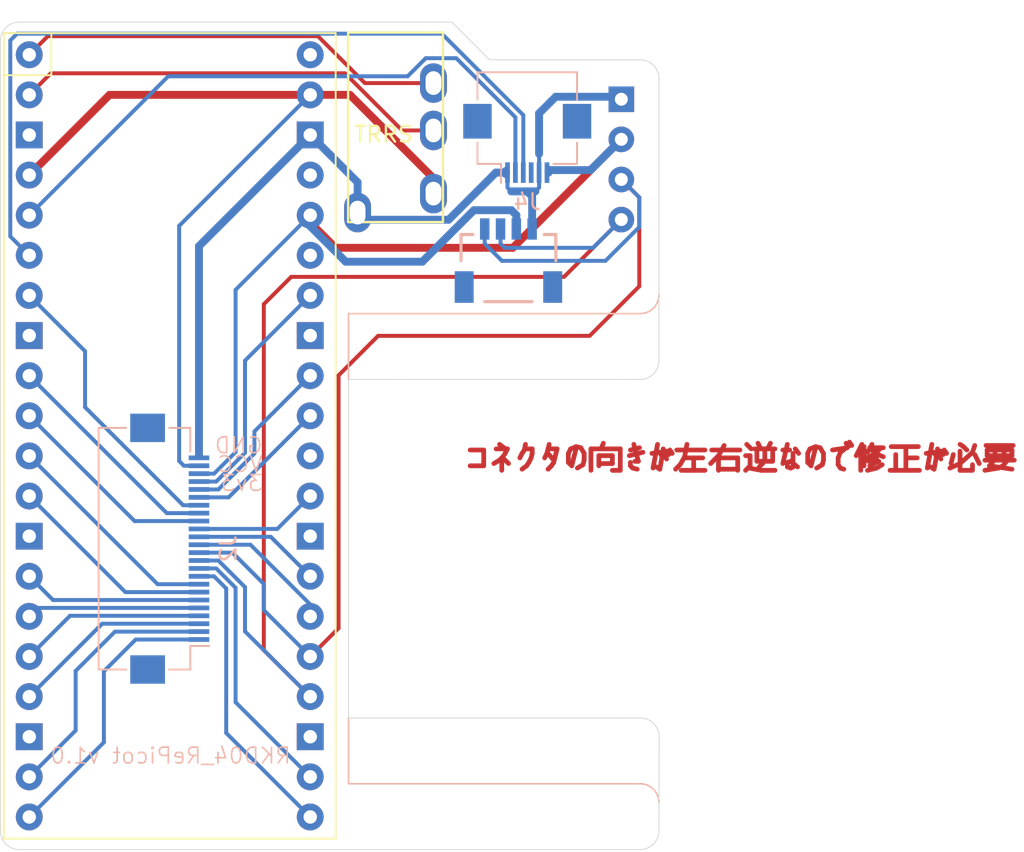
<source format=kicad_pcb>
(kicad_pcb (version 20241229) (generator "pcbnew") (generator_version "9.0")
  (layers (0 "F.Cu" signal) (2 "B.Cu" signal) (13 "F.Paste" user) (15 "B.Paste" user) (5 "F.SilkS" user "F.Silkscreen") (7 "B.SilkS" user "B.Silkscreen") (1 "F.Mask" user) (3 "B.Mask" user) (25 "Edge.Cuts" user))
  (net 0 "")
  (net 1 "GND")
  (net 2 "VCC")
  (net 3 "3V3")
  (net 6 "GP26")
  (net 7 "GP24")
  (net 8 "GP28")
  (net 9 "GP25")
  (net 10 "GP27")
  (net 11 "GP23")
  (net 12 "GP20")
  (net 13 "GP22")
  (net 14 "GP21")
  (net 15 "GP17")
  (net 16 "GP16")
  (net 17 "GP10")
  (net 18 "GP08")
  (net 19 "GP14")
  (net 20 "GP15")
  (net 21 "GP11")
  (net 22 "GP12")
  (net 23 "GP09")
  (net 26 "GP13")
  (net 33 "GP00:UART_TX")
  (net 35 "GP01:UART_RX")
  (net 38 "GP03:SCK")
  (net 40 "GP19:SCL")
  (net 41 "GP18:SDA")
  (net 42 "GP04:TX")
  (footprint "BrownSugar_KBD:TRRS_PJ-320A" (layer "F.Cu") (at 103.584375 42.33)
    (property "Reference" "J1")
    (property "Value" "TRRS" (hide yes))
    (fp_line (start -3 0) (end 3 0) (stroke (width 0.15)) (layer "F.SilkS"))
    (fp_line (start -3 12) (end -3 0) (stroke (width 0.15)) (layer "F.SilkS"))
    (fp_line (start 3 0) (end 3 12) (stroke (width 0.15)) (layer "F.SilkS"))
    (fp_line (start 3 12) (end -3 12) (stroke (width 0.15)) (layer "F.SilkS"))
    (fp_text user "TRRS" (at -0.75 6.45 0) (layer "F.SilkS"))
    (pad "" np_thru_hole circle (at 0 1.6) (size 1.5 1.5) (drill 1.5) (layers "*.Cu" "*.Mask"))
    (pad "" np_thru_hole circle (at 0 8.6) (size 1.5 1.5) (drill 1.5) (layers "*.Cu" "*.Mask"))
    (pad "A" thru_hole oval (at -2.4 11.4) (size 1.7 2.5) (drill oval 1 1.5) (layers "*.Cu" "*.Mask") (net 1 "GND") (clearance 0.15))
    (pad "B" thru_hole oval (at 2.4 3.2) (size 1.7 2.5) (drill oval 1 1.5) (layers "*.Cu" "*.Mask") (net 33 "GP00:UART_TX"))
    (pad "C" thru_hole oval (at 2.4 6.2) (size 1.7 2.5) (drill oval 1 1.5) (layers "*.Cu" "*.Mask") (net 35 "GP01:UART_RX"))
    (pad "D" thru_hole oval (at 2.4 10.2) (size 1.7 2.5) (drill oval 1 1.5) (layers "*.Cu" "*.Mask") (net 2 "VCC") (clearance 0.15))
  )
  (footprint "Rikkodo_FootPrint:rkd_RPi_Pico_TH_NODBG" (layer "F.Cu") (at 89.296875 67.865625)
    (property "Reference" "U1" (hide yes))
    (property "Value" "Pico")
    (fp_line (start -10.5 -25.5) (end -10.5 25.5) (stroke (width 0.12)) (layer "F.SilkS"))
    (fp_line (start -10.5 -25.5) (end 10.5 -25.5) (stroke (width 0.12)) (layer "F.SilkS"))
    (fp_line (start -10.5 -22.833) (end -7.493 -22.833) (stroke (width 0.12)) (layer "F.SilkS"))
    (fp_line (start -7.493 -22.833) (end -7.493 -25.5) (stroke (width 0.12)) (layer "F.SilkS"))
    (fp_line (start 10.5 -25.5) (end 10.5 25.5) (stroke (width 0.12)) (layer "F.SilkS"))
    (fp_line (start 10.5 25.5) (end -10.5 25.5) (stroke (width 0.12)) (layer "F.SilkS"))
    (pad "1" thru_hole oval (at -8.89 -24.13) (size 1.7 1.7) (drill 0.85) (layers "*.Cu" "*.Mask") (net 33 "GP00:UART_TX"))
    (pad "2" thru_hole oval (at -8.89 -21.59) (size 1.7 1.7) (drill 0.85) (layers "*.Cu" "*.Mask") (net 35 "GP01:UART_RX"))
    (pad "3" thru_hole rect (at -8.89 -19.05) (size 1.7 1.7) (drill 0.85) (layers "*.Cu" "*.Mask"))
    (pad "4" thru_hole oval (at -8.89 -16.51) (size 1.7 1.7) (drill 0.85) (layers "*.Cu" "*.Mask") (net 2 "VCC"))
    (pad "5" thru_hole oval (at -8.89 -13.97) (size 1.7 1.7) (drill 0.85) (layers "*.Cu" "*.Mask") (net 38 "GP03:SCK"))
    (pad "6" thru_hole oval (at -8.89 -11.43) (size 1.7 1.7) (drill 0.85) (layers "*.Cu" "*.Mask") (net 42 "GP04:TX"))
    (pad "7" thru_hole oval (at -8.89 -8.89) (size 1.7 1.7) (drill 0.85) (layers "*.Cu" "*.Mask") (net 9 "GP25"))
    (pad "8" thru_hole rect (at -8.89 -6.35) (size 1.7 1.7) (drill 0.85) (layers "*.Cu" "*.Mask"))
    (pad "9" thru_hole oval (at -8.89 -3.81) (size 1.7 1.7) (drill 0.85) (layers "*.Cu" "*.Mask") (net 7 "GP24"))
    (pad "10" thru_hole oval (at -8.89 -1.27) (size 1.7 1.7) (drill 0.85) (layers "*.Cu" "*.Mask") (net 11 "GP23"))
    (pad "11" thru_hole oval (at -8.89 1.27) (size 1.7 1.7) (drill 0.85) (layers "*.Cu" "*.Mask") (net 18 "GP08"))
    (pad "12" thru_hole oval (at -8.89 3.81) (size 1.7 1.7) (drill 0.85) (layers "*.Cu" "*.Mask") (net 23 "GP09"))
    (pad "13" thru_hole rect (at -8.89 6.35) (size 1.7 1.7) (drill 0.85) (layers "*.Cu" "*.Mask"))
    (pad "14" thru_hole oval (at -8.89 8.89) (size 1.7 1.7) (drill 0.85) (layers "*.Cu" "*.Mask") (net 17 "GP10"))
    (pad "15" thru_hole oval (at -8.89 11.43) (size 1.7 1.7) (drill 0.85) (layers "*.Cu" "*.Mask") (net 21 "GP11"))
    (pad "16" thru_hole oval (at -8.89 13.97) (size 1.7 1.7) (drill 0.85) (layers "*.Cu" "*.Mask") (net 22 "GP12"))
    (pad "17" thru_hole oval (at -8.89 16.51) (size 1.7 1.7) (drill 0.85) (layers "*.Cu" "*.Mask") (net 26 "GP13"))
    (pad "18" thru_hole rect (at -8.89 19.05) (size 1.7 1.7) (drill 0.85) (layers "*.Cu" "*.Mask"))
    (pad "19" thru_hole oval (at -8.89 21.59) (size 1.7 1.7) (drill 0.85) (layers "*.Cu" "*.Mask") (net 19 "GP14"))
    (pad "20" thru_hole oval (at -8.89 24.13) (size 1.7 1.7) (drill 0.85) (layers "*.Cu" "*.Mask") (net 20 "GP15"))
    (pad "21" thru_hole oval (at 8.89 24.13) (size 1.7 1.7) (drill 0.85) (layers "*.Cu" "*.Mask") (net 16 "GP16"))
    (pad "22" thru_hole oval (at 8.89 21.59) (size 1.7 1.7) (drill 0.85) (layers "*.Cu" "*.Mask") (net 15 "GP17"))
    (pad "23" thru_hole rect (at 8.89 19.05) (size 1.7 1.7) (drill 0.85) (layers "*.Cu" "*.Mask"))
    (pad "24" thru_hole oval (at 8.89 16.51) (size 1.7 1.7) (drill 0.85) (layers "*.Cu" "*.Mask") (net 41 "GP18:SDA"))
    (pad "25" thru_hole oval (at 8.89 13.97) (size 1.7 1.7) (drill 0.85) (layers "*.Cu" "*.Mask") (net 40 "GP19:SCL"))
    (pad "26" thru_hole oval (at 8.89 11.43) (size 1.7 1.7) (drill 0.85) (layers "*.Cu" "*.Mask") (net 12 "GP20"))
    (pad "27" thru_hole oval (at 8.89 8.89) (size 1.7 1.7) (drill 0.85) (layers "*.Cu" "*.Mask") (net 14 "GP21"))
    (pad "28" thru_hole rect (at 8.89 6.35) (size 1.7 1.7) (drill 0.85) (layers "*.Cu" "*.Mask"))
    (pad "29" thru_hole oval (at 8.89 3.81) (size 1.7 1.7) (drill 0.85) (layers "*.Cu" "*.Mask") (net 13 "GP22"))
    (pad "30" thru_hole oval (at 8.89 1.27) (size 1.7 1.7) (drill 0.85) (layers "*.Cu" "*.Mask"))
    (pad "31" thru_hole oval (at 8.89 -1.27) (size 1.7 1.7) (drill 0.85) (layers "*.Cu" "*.Mask") (net 6 "GP26"))
    (pad "32" thru_hole oval (at 8.89 -3.81) (size 1.7 1.7) (drill 0.85) (layers "*.Cu" "*.Mask") (net 10 "GP27"))
    (pad "33" thru_hole rect (at 8.89 -6.35) (size 1.7 1.7) (drill 0.85) (layers "*.Cu" "*.Mask"))
    (pad "34" thru_hole oval (at 8.89 -8.89) (size 1.7 1.7) (drill 0.85) (layers "*.Cu" "*.Mask") (net 8 "GP28"))
    (pad "35" thru_hole oval (at 8.89 -11.43) (size 1.7 1.7) (drill 0.85) (layers "*.Cu" "*.Mask"))
    (pad "36" thru_hole oval (at 8.89 -13.97) (size 1.7 1.7) (drill 0.85) (layers "*.Cu" "*.Mask") (net 3 "3V3"))
    (pad "37" thru_hole oval (at 8.89 -16.51) (size 1.7 1.7) (drill 0.85) (layers "*.Cu" "*.Mask"))
    (pad "38" thru_hole rect (at 8.89 -19.05) (size 1.7 1.7) (drill 0.85) (layers "*.Cu" "*.Mask") (net 1 "GND"))
    (pad "39" thru_hole oval (at 8.89 -21.59) (size 1.7 1.7) (drill 0.85) (layers "*.Cu" "*.Mask") (net 2 "VCC"))
    (pad "40" thru_hole oval (at 8.89 -24.13) (size 1.7 1.7) (drill 0.85) (layers "*.Cu" "*.Mask"))
  )
  (footprint "Rikkodo_FootPrint:rkd_picot5400_BTM" (layer "F.Cu") (at 100.0125 75.009375)
    (property "Reference" "Picot**" (hide yes))
    (property "Value" "rkd_picot5400_BTM" (hide yes))
    (pad "" np_thru_hole circle (at -16.75 -16.75) (size 2.2 2.2) (drill 2.2) (layers "*.Cu" "*.Mask"))
    (pad "" np_thru_hole circle (at -16.75 16.75) (size 2.2 2.2) (drill 2.2) (layers "*.Cu" "*.Mask"))
    (pad "" np_thru_hole circle (at 16.75 -16.75) (size 2.2 2.2) (drill 2.2) (layers "*.Cu" "*.Mask"))
    (pad "" np_thru_hole circle (at 16.75 16.75) (size 2.2 2.2) (drill 2.2) (layers "*.Cu" "*.Mask"))
  )
  (footprint "BrownSugar_KBD:OLED_center_display" (layer "F.Cu") (at 99.371974 50.363483 90)
    (property "Reference" "OL1")
    (property "Value" "OLED" (hide yes))
    (pad "1" thru_hole circle (at -3.81 18.5 90) (size 1.62 1.62) (drill 0.82) (layers "*.Cu" "*.Mask") (net 41 "GP18:SDA"))
    (pad "2" thru_hole circle (at -1.27 18.5 90) (size 1.62 1.62) (drill 0.82) (layers "*.Cu" "*.Mask") (net 40 "GP19:SCL"))
    (pad "3" thru_hole circle (at 1.27 18.5 90) (size 1.62 1.62) (drill 0.82) (layers "*.Cu" "*.Mask") (net 3 "3V3"))
    (pad "4" thru_hole rect (at 3.81 18.5 90) (size 1.62 1.62) (drill 0.82) (layers "*.Cu" "*.Mask") (net 1 "GND"))
  )
  (footprint "Rikkodo_FootPrint:rkd_Point_Screw_Hall" (layer "F.Cu") (at 110.728125 75.009375)
    (property "Reference" "Point1" (hide yes))
    (property "Value" "PointScrewHall" (hide yes))
    (pad "" np_thru_hole circle (at -7.25 -12) (size 2.2 2.2) (drill 2.2) (layers "*.Cu" "*.Mask"))
    (pad "" np_thru_hole circle (at -7.25 12) (size 2.2 2.2) (drill 2.2) (layers "*.Cu" "*.Mask"))
    (pad "" np_thru_hole circle (at 7.25 -12) (size 2.2 2.2) (drill 2.2) (layers "*.Cu" "*.Mask"))
    (pad "" np_thru_hole circle (at 7.25 12) (size 2.2 2.2) (drill 2.2) (layers "*.Cu" "*.Mask"))
  )
  (footprint "SparkFun-Connector:JST_SMD_1.0mm-4_Black" (layer "B.Cu") (at 110.728125 54.76875 180)
    (property "Reference" "J3")
    (property "Value" "Qwiic_RA")
    (fp_line (start 3 -0.35) (end 2.25 -0.35) (stroke (width 0.2032)) (layer "B.SilkS"))
    (fp_line (start 3 -2) (end 3 -0.35) (stroke (width 0.2032)) (layer "B.SilkS"))
    (fp_line (start 1.5 -4.6) (end -1.5 -4.6) (stroke (width 0.2032)) (layer "B.SilkS"))
    (fp_line (start -2.25 -0.35) (end -3 -0.35) (stroke (width 0.2032)) (layer "B.SilkS"))
    (fp_line (start -3 -0.35) (end -3 -2) (stroke (width 0.2032)) (layer "B.SilkS"))
    (pad "1" smd rect (at -1.5 0 180) (size 0.6 1.35) (layers "B.Cu" "B.Mask" "B.Paste") (net 1 "GND"))
    (pad "2" smd rect (at -0.5 0 180) (size 0.6 1.35) (layers "B.Cu" "B.Mask" "B.Paste") (net 3 "3V3"))
    (pad "3" smd rect (at 0.5 0 180) (size 0.6 1.35) (layers "B.Cu" "B.Mask" "B.Paste") (net 41 "GP18:SDA"))
    (pad "4" smd rect (at 1.5 0 180) (size 0.6 1.35) (layers "B.Cu" "B.Mask" "B.Paste") (net 40 "GP19:SCL"))
    (pad "NC1" smd rect (at 2.8 -3.675 180) (size 1.2 2) (layers "B.Cu" "B.Mask" "B.Paste"))
    (pad "NC2" smd rect (at -2.8 -3.675 180) (size 1.2 2) (layers "B.Cu" "B.Mask" "B.Paste"))
  )
  (footprint "Connector_FFC-FPC:Hirose_FH12-6S-0.5SH_1x06-1MP_P0.50mm_Horizontal" (layer "B.Cu") (at 111.91875 49.346918)
    (property "Reference" "J4" (at 0 3.7 0) (layer "B.SilkS") (effects (justify mirror)))
    (property "Value" "Conn_01x06" (hide yes))
    (fp_line (start -3.15 -4.5) (end 3.15 -4.5) (stroke (width 0.12)) (layer "B.SilkS"))
    (fp_line (start -3.15 -2.76) (end -3.15 -4.5) (stroke (width 0.12)) (layer "B.SilkS"))
    (fp_line (start -3.15 1.3) (end -3.15 -0.04) (stroke (width 0.12)) (layer "B.SilkS"))
    (fp_line (start -1.66 1.3) (end -3.15 1.3) (stroke (width 0.12)) (layer "B.SilkS"))
    (fp_line (start -1.66 1.3) (end -1.66 2.5) (stroke (width 0.12)) (layer "B.SilkS"))
    (fp_line (start 1.66 1.3) (end 3.15 1.3) (stroke (width 0.12)) (layer "B.SilkS"))
    (fp_line (start 3.15 -4.5) (end 3.15 -2.76) (stroke (width 0.12)) (layer "B.SilkS"))
    (fp_line (start 3.15 1.3) (end 3.15 -0.04) (stroke (width 0.12)) (layer "B.SilkS"))
    (pad "1" smd rect (at -1.25 1.85) (size 0.3 1.3) (layers "B.Cu" "B.Mask" "B.Paste") (net 1 "GND"))
    (pad "2" smd rect (at -0.75 1.85) (size 0.3 1.3) (layers "B.Cu" "B.Mask" "B.Paste") (net 38 "GP03:SCK"))
    (pad "3" smd rect (at -0.25 1.85) (size 0.3 1.3) (layers "B.Cu" "B.Mask" "B.Paste") (net 42 "GP04:TX"))
    (pad "4" smd rect (at 0.25 1.85) (size 0.3 1.3) (layers "B.Cu" "B.Mask" "B.Paste"))
    (pad "5" smd rect (at 0.75 1.85) (size 0.3 1.3) (layers "B.Cu" "B.Mask" "B.Paste") (net 1 "GND"))
    (pad "6" smd rect (at 1.25 1.85) (size 0.3 1.3) (layers "B.Cu" "B.Mask" "B.Paste") (net 3 "3V3"))
    (pad "MP" smd rect (at -3.15 -1.4) (size 1.8 2.2) (layers "B.Cu" "B.Mask" "B.Paste"))
    (pad "MP" smd rect (at 3.15 -1.4) (size 1.8 2.2) (layers "B.Cu" "B.Mask" "B.Paste"))
  )
  (footprint "Connector_FFC-FPC:Hirose_FH12-24S-0.5SH_1x24-1MP_P0.50mm_Horizontal" (layer "B.Cu") (at 89.296875 75.009362 90)
    (property "Reference" "J2" (at 0 3.7 90) (layer "B.SilkS") (effects (justify mirror)))
    (property "Value" "Conn_01x24")
    (fp_line (start 7.65 -4.5) (end -7.65 -4.5) (stroke (width 0.12)) (layer "B.SilkS"))
    (fp_line (start -7.65 -4.5) (end -7.65 -2.76) (stroke (width 0.12)) (layer "B.SilkS"))
    (fp_line (start 7.65 -2.76) (end 7.65 -4.5) (stroke (width 0.12)) (layer "B.SilkS"))
    (fp_line (start 7.65 -0.04) (end 7.65 1.3) (stroke (width 0.12)) (layer "B.SilkS"))
    (fp_line (start -7.65 -0.04) (end -7.65 1.3) (stroke (width 0.12)) (layer "B.SilkS"))
    (fp_line (start 7.65 1.3) (end 6.16 1.3) (stroke (width 0.12)) (layer "B.SilkS"))
    (fp_line (start -7.65 1.3) (end -6.16 1.3) (stroke (width 0.12)) (layer "B.SilkS"))
    (fp_line (start -6.16 2.5) (end -6.16 1.3) (stroke (width 0.12)) (layer "B.SilkS"))
    (pad "1" smd rect (at -5.75 1.85 90) (size 0.3 1.3) (layers "B.Cu" "B.Mask" "B.Paste") (net 20 "GP15"))
    (pad "2" smd rect (at -5.25 1.85 90) (size 0.3 1.3) (layers "B.Cu" "B.Mask" "B.Paste") (net 19 "GP14"))
    (pad "3" smd rect (at -4.75 1.85 90) (size 0.3 1.3) (layers "B.Cu" "B.Mask" "B.Paste") (net 26 "GP13"))
    (pad "4" smd rect (at -4.25 1.85 90) (size 0.3 1.3) (layers "B.Cu" "B.Mask" "B.Paste") (net 22 "GP12"))
    (pad "5" smd rect (at -3.75 1.85 90) (size 0.3 1.3) (layers "B.Cu" "B.Mask" "B.Paste") (net 21 "GP11"))
    (pad "6" smd rect (at -3.25 1.85 90) (size 0.3 1.3) (layers "B.Cu" "B.Mask" "B.Paste") (net 17 "GP10"))
    (pad "7" smd rect (at -2.75 1.85 90) (size 0.3 1.3) (layers "B.Cu" "B.Mask" "B.Paste") (net 23 "GP09"))
    (pad "8" smd rect (at -2.25 1.85 90) (size 0.3 1.3) (layers "B.Cu" "B.Mask" "B.Paste") (net 18 "GP08"))
    (pad "9" smd rect (at -1.75 1.85 90) (size 0.3 1.3) (layers "B.Cu" "B.Mask" "B.Paste") (net 16 "GP16"))
    (pad "10" smd rect (at -1.25 1.85 90) (size 0.3 1.3) (layers "B.Cu" "B.Mask" "B.Paste") (net 15 "GP17"))
    (pad "11" smd rect (at -0.75 1.85 90) (size 0.3 1.3) (layers "B.Cu" "B.Mask" "B.Paste") (net 41 "GP18:SDA"))
    (pad "12" smd rect (at -0.25 1.85 90) (size 0.3 1.3) (layers "B.Cu" "B.Mask" "B.Paste") (net 40 "GP19:SCL"))
    (pad "13" smd rect (at 0.25 1.85 90) (size 0.3 1.3) (layers "B.Cu" "B.Mask" "B.Paste") (net 12 "GP20"))
    (pad "14" smd rect (at 0.75 1.85 90) (size 0.3 1.3) (layers "B.Cu" "B.Mask" "B.Paste") (net 14 "GP21"))
    (pad "15" smd rect (at 1.25 1.85 90) (size 0.3 1.3) (layers "B.Cu" "B.Mask" "B.Paste") (net 13 "GP22"))
    (pad "16" smd rect (at 1.75 1.85 90) (size 0.3 1.3) (layers "B.Cu" "B.Mask" "B.Paste") (net 11 "GP23"))
    (pad "17" smd rect (at 2.25 1.85 90) (size 0.3 1.3) (layers "B.Cu" "B.Mask" "B.Paste") (net 7 "GP24"))
    (pad "18" smd rect (at 2.75 1.85 90) (size 0.3 1.3) (layers "B.Cu" "B.Mask" "B.Paste") (net 9 "GP25"))
    (pad "19" smd rect (at 3.25 1.85 90) (size 0.3 1.3) (layers "B.Cu" "B.Mask" "B.Paste") (net 6 "GP26"))
    (pad "20" smd rect (at 3.75 1.85 90) (size 0.3 1.3) (layers "B.Cu" "B.Mask" "B.Paste") (net 10 "GP27"))
    (pad "21" smd rect (at 4.25 1.85 90) (size 0.3 1.3) (layers "B.Cu" "B.Mask" "B.Paste") (net 8 "GP28"))
    (pad "22" smd rect (at 4.75 1.85 90) (size 0.3 1.3) (layers "B.Cu" "B.Mask" "B.Paste") (net 3 "3V3"))
    (pad "23" smd rect (at 5.25 1.85 90) (size 0.3 1.3) (layers "B.Cu" "B.Mask" "B.Paste") (net 2 "VCC"))
    (pad "24" smd rect (at 5.75 1.85 90) (size 0.3 1.3) (layers "B.Cu" "B.Mask" "B.Paste") (net 1 "GND"))
    (pad "MP" smd rect (at -7.65 -1.4 90) (size 1.8 2.2) (layers "B.Cu" "B.Mask" "B.Paste"))
    (pad "MP" smd rect (at 7.65 -1.4 90) (size 1.8 2.2) (layers "B.Cu" "B.Mask" "B.Paste"))
  )
  (gr_line (start 100.607897 64.293804) (end 100.607897 60.126613) (stroke (width 0.1)) (layer "B.SilkS"))
  (gr_arc (start 119.0626 89.892263) (mid 119.9045 90.240989) (end 120.253226 91.082889) (stroke (width 0.1)) (layer "B.SilkS"))
  (gr_line (start 100.607897 85.725072) (end 100.607897 89.892263) (stroke (width 0.1)) (layer "B.SilkS"))
  (gr_line (start 100.607897 89.892263) (end 119.0626 89.892263) (stroke (width 0.1)) (layer "B.SilkS"))
  (gr_arc (start 120.253226 58.935987) (mid 119.9045 59.777887) (end 119.0626 60.126613) (stroke (width 0.1)) (layer "B.SilkS"))
  (gr_line (start 100.607897 60.126613) (end 119.0626 60.126613) (stroke (width 0.1)) (layer "B.SilkS"))
  (gr_arc (start 120.253125 63.103137) (mid 119.904427 63.944996) (end 119.062592 64.29375) (stroke (width 0.05)) (layer "Edge.Cuts"))
  (gr_line (start 107.15625 41.671875) (end 109.5375 44.053125) (stroke (width 0.05)) (layer "Edge.Cuts"))
  (gr_arc (start 78.58125 42.8625) (mid 78.929974 42.020592) (end 79.771875 41.671875) (stroke (width 0.05)) (layer "Edge.Cuts"))
  (gr_line (start 120.253125 45.24375) (end 120.253125 63.103137) (stroke (width 0.05)) (layer "Edge.Cuts"))
  (gr_arc (start 119.0625 85.725) (mid 119.913639 86.077554) (end 120.266193 86.928693) (stroke (width 0.05)) (layer "Edge.Cuts"))
  (gr_line (start 119.062592 64.29375) (end 100.607897 64.29375) (stroke (width 0.05)) (layer "Edge.Cuts"))
  (gr_arc (start 79.771875 94.059375) (mid 78.929974 93.710643) (end 78.58125 92.86875) (stroke (width 0.05)) (layer "Edge.Cuts"))
  (gr_line (start 119.0625 85.725) (end 100.607897 85.725) (stroke (width 0.05)) (layer "Edge.Cuts"))
  (gr_line (start 79.779615 41.671875) (end 107.15625 41.671875) (stroke (width 0.05)) (layer "Edge.Cuts"))
  (gr_line (start 79.771875 94.059375) (end 119.0625 94.059425) (stroke (width 0.05)) (layer "Edge.Cuts"))
  (gr_line (start 120.253125 92.86875) (end 120.266199 86.928693) (stroke (width 0.05)) (layer "Edge.Cuts"))
  (gr_line (start 119.0625 44.053125) (end 109.5375 44.053125) (stroke (width 0.05)) (layer "Edge.Cuts"))
  (gr_arc (start 119.0625 44.053125) (mid 119.904417 44.401848) (end 120.253125 45.24375) (stroke (width 0.05)) (layer "Edge.Cuts"))
  (gr_arc (start 120.253125 92.86875) (mid 119.904381 93.710617) (end 119.0625 94.059375) (stroke (width 0.05)) (layer "Edge.Cuts"))
  (gr_line (start 100.607897 85.725) (end 100.607897 64.29375) (stroke (width 0.05)) (layer "Edge.Cuts"))
  (gr_line (start 78.581259 42.867129) (end 78.58125 92.876415) (stroke (width 0.05)) (layer "Edge.Cuts"))
  (gr_text "コネクタの向きが左右逆なので修正が必要" (at 107.751653 70.246934 0) (layer "F.Cu") (effects (font (size 1.5 1.5) (thickness 0.3) (bold yes)) (justify left bottom)))
  (gr_text "RKD04_RePicot v1.0" (at 97.036019 88.701637 0) (layer "B.SilkS") (effects (font (size 1 1) (thickness 0.1)) (justify left bottom mirror)))
  (gr_text "3v3" (at 95.25008 71.437556 0) (layer "B.SilkS") (effects (font (size 1 1) (thickness 0.1)) (justify left bottom mirror)))
  (gr_text "VCC\n" (at 95.25008 70.246934 0) (layer "B.SilkS") (effects (font (size 1 1) (thickness 0.1)) (justify left bottom mirror)))
  (gr_text "GND\n" (at 95.25008 69.056308 0) (layer "B.SilkS") (effects (font (size 1 1) (thickness 0.1)) (justify left bottom mirror)))
  (segment (start 112.66875 50.00625) (end 112.66875 47.444918) (width 0.5) (layer "B.Cu") (net 1))
  (segment (start 101.635375 54.181) (end 106.947511 54.181) (width 0.5) (layer "B.Cu") (net 1))
  (segment (start 109.931636 51.196875) (end 110.466793 51.196875) (width 0.5) (layer "B.Cu") (net 1))
  (segment (start 110.907332 52.3875) (end 110.66875 52.148918) (width 0.25) (layer "B.Cu") (net 1))
  (segment (start 101.184375 51.813125) (end 101.184375 53.73) (width 0.5) (layer "B.Cu") (net 1))
  (segment (start 112.228125 52.696875) (end 112.228125 54.76875) (width 0.5) (layer "B.Cu") (net 1))
  (segment (start 111.91875 52.3875) (end 112.430168 52.3875) (width 0.5) (layer "B.Cu") (net 1))
  (segment (start 110.907332 52.3875) (end 111.91875 52.3875) (width 0.5) (layer "B.Cu") (net 1))
  (segment (start 91.146875 69.158362) (end 91.146875 55.855625) (width 0.5) (layer "B.Cu") (net 1))
  (segment (start 113.71775 46.395918) (end 117.714409 46.395918) (width 0.5) (layer "B.Cu") (net 1))
  (segment (start 110.56775 51.095918) (end 110.56775 51.297918) (width 0.5) (layer "B.Cu") (net 1))
  (segment (start 91.146875 55.855625) (end 98.186875 48.815625) (width 0.5) (layer "B.Cu") (net 1))
  (segment (start 112.66875 47.444918) (end 113.71775 46.395918) (width 0.5) (layer "B.Cu") (net 1))
  (segment (start 98.186875 48.815625) (end 97.63125 48.815625) (width 0.5) (layer "B.Cu") (net 1))
  (segment (start 106.947511 54.181) (end 109.931636 51.196875) (width 0.5) (layer "B.Cu") (net 1))
  (segment (start 111.91875 52.3875) (end 112.228125 52.696875) (width 0.5) (layer "B.Cu") (net 1))
  (segment (start 117.714409 46.395918) (end 117.871974 46.553483) (width 0.5) (layer "B.Cu") (net 1))
  (segment (start 112.66875 52.148918) (end 112.66875 51.196918) (width 0.25) (layer "B.Cu") (net 1))
  (segment (start 101.184375 53.73) (end 101.635375 54.181) (width 0.5) (layer "B.Cu") (net 1))
  (segment (start 98.186875 48.815625) (end 101.184375 51.813125) (width 0.5) (layer "B.Cu") (net 1))
  (segment (start 110.66875 52.148918) (end 110.66875 51.196918) (width 0.25) (layer "B.Cu") (net 1))
  (segment (start 112.66875 50.00625) (end 112.66875 51.196918) (width 0.25) (layer "B.Cu") (net 1))
  (segment (start 112.430168 52.3875) (end 112.66875 52.148918) (width 0.25) (layer "B.Cu") (net 1))
  (segment (start 110.466793 51.196875) (end 110.56775 51.095918) (width 0.5) (layer "B.Cu") (net 1))
  (segment (start 117.871974 47.02945) (end 117.871974 46.553483) (width 0.5) (layer "B.Cu") (net 1))
  (segment (start 98.186875 46.275625) (end 100.699181 46.275625) (width 0.5) (layer "F.Cu") (net 2))
  (segment (start 85.486875 46.275625) (end 98.186875 46.275625) (width 0.5) (layer "F.Cu") (net 2))
  (segment (start 100.699181 46.275625) (end 105.984375 51.560819) (width 0.5) (layer "F.Cu") (net 2))
  (segment (start 80.406875 51.355625) (end 85.486875 46.275625) (width 0.5) (layer "F.Cu") (net 2))
  (segment (start 105.984375 51.560819) (end 105.984375 52.53) (width 0.5) (layer "F.Cu") (net 2))
  (segment (start 98.028168 46.116918) (end 98.186875 46.275625) (width 0.5) (layer "B.Cu") (net 2))
  (segment (start 90.194875 69.759362) (end 89.892263 69.45675) (width 0.25) (layer "B.Cu") (net 2))
  (segment (start 91.146875 69.759362) (end 90.194875 69.759362) (width 0.25) (layer "B.Cu") (net 2))
  (segment (start 89.892263 54.570237) (end 98.186875 46.275625) (width 0.25) (layer "B.Cu") (net 2))
  (segment (start 89.892263 69.45675) (end 89.892263 54.570237) (width 0.25) (layer "B.Cu") (net 2))
  (segment (start 111.006082 55.959375) (end 99.787069 55.959375) (width 0.5) (layer "F.Cu") (net 3))
  (segment (start 99.787069 55.959375) (end 98.186875 54.359181) (width 0.5) (layer "F.Cu") (net 3))
  (segment (start 117.871974 49.093483) (end 111.006082 55.959375) (width 0.5) (layer "F.Cu") (net 3))
  (segment (start 98.186875 54.359181) (end 98.186875 53.895625) (width 0.5) (layer "F.Cu") (net 3))
  (segment (start 113.26975 51.095918) (end 113.26975 51.196918) (width 0.5) (layer "B.Cu") (net 3))
  (segment (start 111.228125 54.76875) (end 111.228125 53.89175) (width 0.5) (layer "B.Cu") (net 3))
  (segment (start 105.281375 56.8385) (end 108.54175 53.578125) (width 0.5) (layer "B.Cu") (net 3))
  (segment (start 100.429642 56.8385) (end 98.186875 54.595733) (width 0.5) (layer "B.Cu") (net 3))
  (segment (start 115.927233 51.038225) (end 117.871974 49.093483) (width 0.5) (layer "B.Cu") (net 3))
  (segment (start 100.429642 56.8385) (end 105.281375 56.8385) (width 0.5) (layer "B.Cu") (net 3))
  (segment (start 98.186875 53.895625) (end 93.464141 58.618359) (width 0.25) (layer "B.Cu") (net 3))
  (segment (start 93.464141 58.618359) (end 93.464141 68.894096) (width 0.25) (layer "B.Cu") (net 3))
  (segment (start 92.098875 70.259362) (end 91.146875 70.259362) (width 0.25) (layer "B.Cu") (net 3))
  (segment (start 111.228125 53.89175) (end 110.9145 53.578125) (width 0.5) (layer "B.Cu") (net 3))
  (segment (start 98.186875 54.595733) (end 98.186875 53.895625) (width 0.5) (layer "B.Cu") (net 3))
  (segment (start 108.54175 53.578125) (end 110.9145 53.578125) (width 0.5) (layer "B.Cu") (net 3))
  (segment (start 113.327443 51.038225) (end 113.26975 51.095918) (width 0.5) (layer "B.Cu") (net 3))
  (segment (start 93.464141 68.894096) (end 92.098875 70.259362) (width 0.25) (layer "B.Cu") (net 3))
  (segment (start 113.327443 51.038225) (end 115.927233 51.038225) (width 0.5) (layer "B.Cu") (net 3))
  (segment (start 91.146875 71.759362) (end 93.023138 71.759362) (width 0.25) (layer "B.Cu") (net 6))
  (segment (start 93.023138 71.759362) (end 98.186875 66.595625) (width 0.25) (layer "B.Cu") (net 6))
  (segment (start 80.406875 64.055625) (end 89.110612 72.759362) (width 0.25) (layer "B.Cu") (net 7))
  (segment (start 89.110612 72.759362) (end 91.146875 72.759362) (width 0.25) (layer "B.Cu") (net 7))
  (segment (start 94.059454 63.103046) (end 98.186875 58.975625) (width 0.25) (layer "B.Cu") (net 8))
  (segment (start 91.146875 70.759362) (end 92.236685 70.759362) (width 0.25) (layer "B.Cu") (net 8))
  (segment (start 92.236685 70.759362) (end 94.059454 68.936593) (width 0.25) (layer "B.Cu") (net 8))
  (segment (start 94.059454 68.936593) (end 94.059454 63.103046) (width 0.25) (layer "B.Cu") (net 8))
  (segment (start 80.406875 58.975625) (end 83.939133 62.507883) (width 0.25) (layer "B.Cu") (net 9))
  (segment (start 83.939133 66.05362) (end 90.144875 72.259362) (width 0.25) (layer "B.Cu") (net 9))
  (segment (start 90.144875 72.259362) (end 91.146875 72.259362) (width 0.25) (layer "B.Cu") (net 9))
  (segment (start 83.939133 62.507883) (end 83.939133 66.05362) (width 0.25) (layer "B.Cu") (net 9))
  (segment (start 94.654767 68.97909) (end 94.654767 67.587733) (width 0.25) (layer "B.Cu") (net 10))
  (segment (start 94.654767 67.587733) (end 98.186875 64.055625) (width 0.25) (layer "B.Cu") (net 10))
  (segment (start 91.146875 71.259362) (end 92.374495 71.259362) (width 0.25) (layer "B.Cu") (net 10))
  (segment (start 92.374495 71.259362) (end 94.654767 68.97909) (width 0.25) (layer "B.Cu") (net 10))
  (segment (start 87.070612 73.259362) (end 91.146875 73.259362) (width 0.25) (layer "B.Cu") (net 11))
  (segment (start 80.406875 66.595625) (end 87.070612 73.259362) (width 0.25) (layer "B.Cu") (net 11))
  (segment (start 94.404691 74.759362) (end 98.186875 78.541546) (width 0.25) (layer "B.Cu") (net 12))
  (segment (start 98.186875 78.541546) (end 98.186875 79.295625) (width 0.25) (layer "B.Cu") (net 12))
  (segment (start 91.146875 74.759362) (end 94.404691 74.759362) (width 0.25) (layer "B.Cu") (net 12))
  (segment (start 91.146875 73.759362) (end 96.103138 73.759362) (width 0.25) (layer "B.Cu") (net 13))
  (segment (start 96.103138 73.759362) (end 98.186875 71.675625) (width 0.25) (layer "B.Cu") (net 13))
  (segment (start 95.690612 74.259362) (end 98.186875 76.755625) (width 0.25) (layer "B.Cu") (net 14))
  (segment (start 91.146875 74.259362) (end 95.690612 74.259362) (width 0.25) (layer "B.Cu") (net 14))
  (segment (start 93.464141 84.732891) (end 93.464141 77.486818) (width 0.25) (layer "B.Cu") (net 15))
  (segment (start 92.236685 76.259362) (end 91.146875 76.259362) (width 0.25) (layer "B.Cu") (net 15))
  (segment (start 98.186875 89.455625) (end 93.464141 84.732891) (width 0.25) (layer "B.Cu") (net 15))
  (segment (start 93.464141 77.486818) (end 92.236685 76.259362) (width 0.25) (layer "B.Cu") (net 15))
  (segment (start 98.186875 91.995625) (end 92.868828 86.677578) (width 0.25) (layer "B.Cu") (net 16))
  (segment (start 92.098875 76.759362) (end 91.146875 76.759362) (width 0.25) (layer "B.Cu") (net 16))
  (segment (start 92.868828 77.529315) (end 92.098875 76.759362) (width 0.25) (layer "B.Cu") (net 16))
  (segment (start 92.868828 86.677578) (end 92.868828 77.529315) (width 0.25) (layer "B.Cu") (net 16))
  (segment (start 80.406875 76.755625) (end 81.910612 78.259362) (width 0.25) (layer "B.Cu") (net 17))
  (segment (start 81.910612 78.259362) (end 91.146875 78.259362) (width 0.25) (layer "B.Cu") (net 17))
  (segment (start 88.530612 77.259362) (end 91.146875 77.259362) (width 0.25) (layer "B.Cu") (net 18))
  (segment (start 80.406875 69.135625) (end 88.530612 77.259362) (width 0.25) (layer "B.Cu") (net 18))
  (segment (start 83.34382 86.51868) (end 83.34382 82.748507) (width 0.25) (layer "B.Cu") (net 19))
  (segment (start 80.406875 89.455625) (end 83.34382 86.51868) (width 0.25) (layer "B.Cu") (net 19))
  (segment (start 85.832965 80.259362) (end 91.146875 80.259362) (width 0.25) (layer "B.Cu") (net 19))
  (segment (start 83.34382 82.748507) (end 85.832965 80.259362) (width 0.25) (layer "B.Cu") (net 19))
  (segment (start 80.406875 91.995625) (end 85.129759 87.272741) (width 0.25) (layer "B.Cu") (net 20))
  (segment (start 85.129759 87.272741) (end 85.129759 82.774478) (width 0.25) (layer "B.Cu") (net 20))
  (segment (start 85.129759 82.774478) (end 87.144875 80.759362) (width 0.25) (layer "B.Cu") (net 20))
  (segment (start 87.144875 80.759362) (end 91.146875 80.759362) (width 0.25) (layer "B.Cu") (net 20))
  (segment (start 80.406875 79.295625) (end 80.943138 78.759362) (width 0.25) (layer "B.Cu") (net 21))
  (segment (start 80.943138 78.759362) (end 91.146875 78.759362) (width 0.25) (layer "B.Cu") (net 21))
  (segment (start 80.406875 81.835625) (end 82.983138 79.259362) (width 0.25) (layer "B.Cu") (net 22))
  (segment (start 82.983138 79.259362) (end 91.146875 79.259362) (width 0.25) (layer "B.Cu") (net 22))
  (segment (start 86.490612 77.759362) (end 91.146875 77.759362) (width 0.25) (layer "B.Cu") (net 23))
  (segment (start 80.406875 71.675625) (end 86.490612 77.759362) (width 0.25) (layer "B.Cu") (net 23))
  (segment (start 85.023138 79.759362) (end 91.146875 79.759362) (width 0.25) (layer "B.Cu") (net 26))
  (segment (start 80.406875 84.375625) (end 85.023138 79.759362) (width 0.25) (layer "B.Cu") (net 26))
  (segment (start 80.406875 43.735625) (end 81.582875 42.559625) (width 0.25) (layer "F.Cu") (net 33))
  (segment (start 101.644366 45.53) (end 105.984375 45.53) (width 0.25) (layer "F.Cu") (net 33))
  (segment (start 98.673991 42.559625) (end 101.644366 45.53) (width 0.25) (layer "F.Cu") (net 33))
  (segment (start 81.582875 42.559625) (end 98.673991 42.559625) (width 0.25) (layer "F.Cu") (net 33))
  (segment (start 81.770875 44.911625) (end 80.406875 46.275625) (width 0.25) (layer "F.Cu") (net 35))
  (segment (start 100.388181 44.911625) (end 81.770875 44.911625) (width 0.25) (layer "F.Cu") (net 35))
  (segment (start 104.006556 48.53) (end 100.388181 44.911625) (width 0.25) (layer "F.Cu") (net 35))
  (segment (start 105.984375 48.53) (end 104.006556 48.53) (width 0.25) (layer "F.Cu") (net 35))
  (segment (start 111.16875 47.694918) (end 111.16875 51.196918) (width 0.25) (layer "B.Cu") (net 38))
  (segment (start 89.202875 45.099625) (end 80.72578 53.57672) (width 0.25) (layer "B.Cu") (net 38))
  (segment (start 105.49726 43.954) (end 107.427832 43.954) (width 0.25) (layer "B.Cu") (net 38))
  (segment (start 107.427832 43.954) (end 111.16875 47.694918) (width 0.25) (layer "B.Cu") (net 38))
  (segment (start 104.351635 45.099625) (end 105.49726 43.954) (width 0.25) (layer "B.Cu") (net 38))
  (segment (start 104.351635 45.099625) (end 89.202875 45.099625) (width 0.25) (layer "B.Cu") (net 38))
  (segment (start 99.981897 80.040603) (end 98.186875 81.835625) (width 0.25) (layer "F.Cu") (net 40))
  (segment (start 117.871974 51.633483) (end 119.007974 52.769483) (width 0.25) (layer "F.Cu") (net 40))
  (segment (start 102.482974 61.533375) (end 99.981897 64.034452) (width 0.25) (layer "F.Cu") (net 40))
  (segment (start 99.981897 64.034452) (end 99.981897 80.040603) (width 0.25) (layer "F.Cu") (net 40))
  (segment (start 119.007974 58.395151) (end 115.86975 61.533375) (width 0.25) (layer "F.Cu") (net 40))
  (segment (start 115.86975 61.533375) (end 102.482974 61.533375) (width 0.25) (layer "F.Cu") (net 40))
  (segment (start 119.007974 52.769483) (end 119.007974 58.395151) (width 0.25) (layer "F.Cu") (net 40))
  (segment (start 95.25008 77.242714) (end 95.25008 78.89883) (width 0.25) (layer "B.Cu") (net 40))
  (segment (start 93.538129 75.530763) (end 95.25008 77.242714) (width 0.25) (layer "B.Cu") (net 40))
  (segment (start 109.228125 54.76875) (end 109.228125 55.69375) (width 0.25) (layer "B.Cu") (net 40))
  (segment (start 98.186875 81.347362) (end 98.186875 81.835625) (width 0.25) (layer "B.Cu") (net 40))
  (segment (start 109.228125 55.69375) (end 110.31775 56.783375) (width 0.25) (layer "B.Cu") (net 40))
  (segment (start 116.868629 56.783375) (end 119.007974 54.64403) (width 0.25) (layer "B.Cu") (net 40))
  (segment (start 119.007974 52.769483) (end 117.871974 51.633483) (width 0.25) (layer "B.Cu") (net 40))
  (segment (start 93.266728 75.259362) (end 91.146875 75.259362) (width 0.25) (layer "B.Cu") (net 40))
  (segment (start 95.25008 78.89883) (end 98.186875 81.835625) (width 0.25) (layer "B.Cu") (net 40))
  (segment (start 119.007974 54.64403) (end 119.007974 52.769483) (width 0.25) (layer "B.Cu") (net 40))
  (segment (start 93.538129 75.530763) (end 93.266728 75.259362) (width 0.25) (layer "B.Cu") (net 40))
  (segment (start 110.31775 56.783375) (end 116.868629 56.783375) (width 0.25) (layer "B.Cu") (net 40))
  (segment (start 95.25 59.53125) (end 96.981625 57.799625) (width 0.25) (layer "F.Cu") (net 41))
  (segment (start 95.25 81.43875) (end 95.25 59.53125) (width 0.25) (layer "F.Cu") (net 41))
  (segment (start 98.186875 84.375625) (end 95.25 81.43875) (width 0.25) (layer "F.Cu") (net 41))
  (segment (start 96.981625 57.799625) (end 114.245832 57.799625) (width 0.25) (layer "F.Cu") (net 41))
  (segment (start 114.245832 57.799625) (end 117.871974 54.173483) (width 0.25) (layer "F.Cu") (net 41))
  (segment (start 98.186875 84.375625) (end 94.059454 80.248204) (width 0.25) (layer "B.Cu") (net 41))
  (segment (start 92.374495 75.759362) (end 91.146875 75.759362) (width 0.25) (layer "B.Cu") (net 41))
  (segment (start 110.228125 55.69375) (end 110.49375 55.959375) (width 0.25) (layer "B.Cu") (net 41))
  (segment (start 110.228125 54.76875) (end 110.228125 55.69375) (width 0.25) (layer "B.Cu") (net 41))
  (segment (start 116.086082 55.959375) (end 117.871974 54.173483) (width 0.25) (layer "B.Cu") (net 41))
  (segment (start 94.059454 80.248204) (end 94.059454 77.444321) (width 0.25) (layer "B.Cu") (net 41))
  (segment (start 110.49375 55.959375) (end 116.086082 55.959375) (width 0.25) (layer "B.Cu") (net 41))
  (segment (start 94.059454 77.444321) (end 92.374495 75.759362) (width 0.25) (layer "B.Cu") (net 41))
  (segment (start 111.66875 51.196918) (end 111.66875 47.557108) (width 0.25) (layer "B.Cu") (net 42))
  (segment (start 79.207258 42.831907) (end 79.207258 55.236008) (width 0.25) (layer "B.Cu") (net 42))
  (segment (start 111.66875 47.557108) (end 106.51256 42.400918) (width 0.25) (layer "B.Cu") (net 42))
  (segment (start 106.51256 42.400918) (end 79.638247 42.400918) (width 0.25) (layer "B.Cu") (net 42))
  (segment (start 79.638247 42.400918) (end 79.207258 42.831907) (width 0.25) (layer "B.Cu") (net 42))
  (segment (start 79.207258 55.236008) (end 80.406875 56.435625) (width 0.25) (layer "B.Cu") (net 42))
)
</source>
